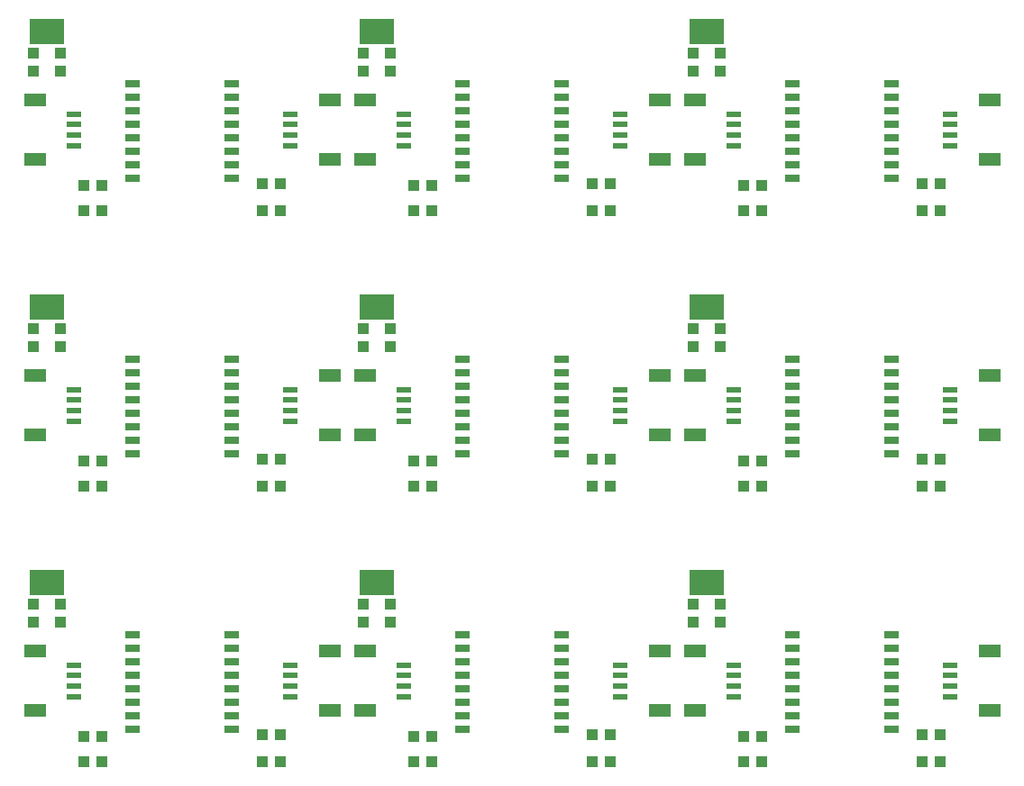
<source format=gtp>
G75*
%MOIN*%
%OFA0B0*%
%FSLAX25Y25*%
%IPPOS*%
%LPD*%
%AMOC8*
5,1,8,0,0,1.08239X$1,22.5*
%
%ADD10R,0.07874X0.04724*%
%ADD11R,0.05315X0.02362*%
%ADD12R,0.04331X0.03937*%
%ADD13R,0.03937X0.04331*%
%ADD14R,0.13000X0.09600*%
%ADD15R,0.05500X0.02550*%
D10*
X0008091Y0044976D03*
X0008091Y0067024D03*
X0008091Y0146976D03*
X0008091Y0169024D03*
X0008091Y0248976D03*
X0008091Y0271024D03*
X0117028Y0271024D03*
X0130091Y0271024D03*
X0130091Y0248976D03*
X0117028Y0248976D03*
X0117028Y0169024D03*
X0130091Y0169024D03*
X0130091Y0146976D03*
X0117028Y0146976D03*
X0117028Y0067024D03*
X0130091Y0067024D03*
X0130091Y0044976D03*
X0117028Y0044976D03*
X0239028Y0044976D03*
X0252091Y0044976D03*
X0252091Y0067024D03*
X0239028Y0067024D03*
X0239028Y0146976D03*
X0252091Y0146976D03*
X0252091Y0169024D03*
X0239028Y0169024D03*
X0239028Y0248976D03*
X0252091Y0248976D03*
X0252091Y0271024D03*
X0239028Y0271024D03*
X0361028Y0271024D03*
X0361028Y0248976D03*
X0361028Y0169024D03*
X0361028Y0146976D03*
X0361028Y0067024D03*
X0361028Y0044976D03*
D11*
X0346560Y0050094D03*
X0346560Y0054031D03*
X0346560Y0057969D03*
X0346560Y0061906D03*
X0266560Y0061906D03*
X0266560Y0057969D03*
X0266560Y0054031D03*
X0266560Y0050094D03*
X0224560Y0050094D03*
X0224560Y0054031D03*
X0224560Y0057969D03*
X0224560Y0061906D03*
X0144560Y0061906D03*
X0144560Y0057969D03*
X0144560Y0054031D03*
X0144560Y0050094D03*
X0102560Y0050094D03*
X0102560Y0054031D03*
X0102560Y0057969D03*
X0102560Y0061906D03*
X0022560Y0061906D03*
X0022560Y0057969D03*
X0022560Y0054031D03*
X0022560Y0050094D03*
X0022560Y0152094D03*
X0022560Y0156031D03*
X0022560Y0159969D03*
X0022560Y0163906D03*
X0102560Y0163906D03*
X0102560Y0159969D03*
X0102560Y0156031D03*
X0102560Y0152094D03*
X0144560Y0152094D03*
X0144560Y0156031D03*
X0144560Y0159969D03*
X0144560Y0163906D03*
X0224560Y0163906D03*
X0224560Y0159969D03*
X0224560Y0156031D03*
X0224560Y0152094D03*
X0266560Y0152094D03*
X0266560Y0156031D03*
X0266560Y0159969D03*
X0266560Y0163906D03*
X0346560Y0163906D03*
X0346560Y0159969D03*
X0346560Y0156031D03*
X0346560Y0152094D03*
X0346560Y0254094D03*
X0346560Y0258031D03*
X0346560Y0261969D03*
X0346560Y0265906D03*
X0266560Y0265906D03*
X0266560Y0261969D03*
X0266560Y0258031D03*
X0266560Y0254094D03*
X0224560Y0254094D03*
X0224560Y0258031D03*
X0224560Y0261969D03*
X0224560Y0265906D03*
X0144560Y0265906D03*
X0144560Y0261969D03*
X0144560Y0258031D03*
X0144560Y0254094D03*
X0102560Y0254094D03*
X0102560Y0258031D03*
X0102560Y0261969D03*
X0102560Y0265906D03*
X0022560Y0265906D03*
X0022560Y0261969D03*
X0022560Y0258031D03*
X0022560Y0254094D03*
D12*
X0026214Y0026000D03*
X0032906Y0026000D03*
X0032906Y0035500D03*
X0026214Y0035500D03*
X0092214Y0036000D03*
X0098906Y0036000D03*
X0098906Y0026000D03*
X0092214Y0026000D03*
X0148214Y0026000D03*
X0154906Y0026000D03*
X0154906Y0035500D03*
X0148214Y0035500D03*
X0214214Y0036000D03*
X0220906Y0036000D03*
X0220906Y0026000D03*
X0214214Y0026000D03*
X0270214Y0026000D03*
X0276906Y0026000D03*
X0276906Y0035500D03*
X0270214Y0035500D03*
X0336214Y0036000D03*
X0342906Y0036000D03*
X0342906Y0026000D03*
X0336214Y0026000D03*
X0336214Y0128000D03*
X0342906Y0128000D03*
X0342906Y0138000D03*
X0336214Y0138000D03*
X0276906Y0137500D03*
X0270214Y0137500D03*
X0270214Y0128000D03*
X0276906Y0128000D03*
X0220906Y0128000D03*
X0214214Y0128000D03*
X0214214Y0138000D03*
X0220906Y0138000D03*
X0154906Y0137500D03*
X0148214Y0137500D03*
X0148214Y0128000D03*
X0154906Y0128000D03*
X0098906Y0128000D03*
X0092214Y0128000D03*
X0092214Y0138000D03*
X0098906Y0138000D03*
X0032906Y0137500D03*
X0026214Y0137500D03*
X0026214Y0128000D03*
X0032906Y0128000D03*
X0032906Y0230000D03*
X0026214Y0230000D03*
X0026214Y0239500D03*
X0032906Y0239500D03*
X0092214Y0240000D03*
X0098906Y0240000D03*
X0098906Y0230000D03*
X0092214Y0230000D03*
X0148214Y0230000D03*
X0154906Y0230000D03*
X0154906Y0239500D03*
X0148214Y0239500D03*
X0214214Y0240000D03*
X0220906Y0240000D03*
X0220906Y0230000D03*
X0214214Y0230000D03*
X0270214Y0230000D03*
X0276906Y0230000D03*
X0276906Y0239500D03*
X0270214Y0239500D03*
X0336214Y0240000D03*
X0342906Y0240000D03*
X0342906Y0230000D03*
X0336214Y0230000D03*
D13*
X0261560Y0186346D03*
X0261560Y0179654D03*
X0251560Y0179654D03*
X0251560Y0186346D03*
X0139560Y0186346D03*
X0139560Y0179654D03*
X0129560Y0179654D03*
X0129560Y0186346D03*
X0017560Y0186346D03*
X0017560Y0179654D03*
X0007560Y0179654D03*
X0007560Y0186346D03*
X0007560Y0281654D03*
X0007560Y0288346D03*
X0017560Y0288346D03*
X0017560Y0281654D03*
X0129560Y0281654D03*
X0129560Y0288346D03*
X0139560Y0288346D03*
X0139560Y0281654D03*
X0251560Y0281654D03*
X0251560Y0288346D03*
X0261560Y0288346D03*
X0261560Y0281654D03*
X0261560Y0084346D03*
X0261560Y0077654D03*
X0251560Y0077654D03*
X0251560Y0084346D03*
X0139560Y0084346D03*
X0139560Y0077654D03*
X0129560Y0077654D03*
X0129560Y0084346D03*
X0017560Y0084346D03*
X0017560Y0077654D03*
X0007560Y0077654D03*
X0007560Y0084346D03*
D14*
X0012560Y0092500D03*
X0134560Y0092500D03*
X0256560Y0092500D03*
X0256560Y0194500D03*
X0134560Y0194500D03*
X0012560Y0194500D03*
X0012560Y0296500D03*
X0134560Y0296500D03*
X0256560Y0296500D03*
D15*
X0288253Y0277000D03*
X0288253Y0272000D03*
X0288253Y0267000D03*
X0288253Y0262000D03*
X0288253Y0257000D03*
X0288253Y0252000D03*
X0288253Y0247000D03*
X0288253Y0242000D03*
X0324867Y0242000D03*
X0324867Y0247000D03*
X0324867Y0252000D03*
X0324867Y0257000D03*
X0324867Y0262000D03*
X0324867Y0267000D03*
X0324867Y0272000D03*
X0324867Y0277000D03*
X0202867Y0277000D03*
X0202867Y0272000D03*
X0202867Y0267000D03*
X0202867Y0262000D03*
X0202867Y0257000D03*
X0202867Y0252000D03*
X0202867Y0247000D03*
X0202867Y0242000D03*
X0166253Y0242000D03*
X0166253Y0247000D03*
X0166253Y0252000D03*
X0166253Y0257000D03*
X0166253Y0262000D03*
X0166253Y0267000D03*
X0166253Y0272000D03*
X0166253Y0277000D03*
X0080867Y0277000D03*
X0080867Y0272000D03*
X0080867Y0267000D03*
X0080867Y0262000D03*
X0080867Y0257000D03*
X0080867Y0252000D03*
X0080867Y0247000D03*
X0080867Y0242000D03*
X0044253Y0242000D03*
X0044253Y0247000D03*
X0044253Y0252000D03*
X0044253Y0257000D03*
X0044253Y0262000D03*
X0044253Y0267000D03*
X0044253Y0272000D03*
X0044253Y0277000D03*
X0044253Y0175000D03*
X0044253Y0170000D03*
X0044253Y0165000D03*
X0044253Y0160000D03*
X0044253Y0155000D03*
X0044253Y0150000D03*
X0044253Y0145000D03*
X0044253Y0140000D03*
X0080867Y0140000D03*
X0080867Y0145000D03*
X0080867Y0150000D03*
X0080867Y0155000D03*
X0080867Y0160000D03*
X0080867Y0165000D03*
X0080867Y0170000D03*
X0080867Y0175000D03*
X0166253Y0175000D03*
X0166253Y0170000D03*
X0166253Y0165000D03*
X0166253Y0160000D03*
X0166253Y0155000D03*
X0166253Y0150000D03*
X0166253Y0145000D03*
X0166253Y0140000D03*
X0202867Y0140000D03*
X0202867Y0145000D03*
X0202867Y0150000D03*
X0202867Y0155000D03*
X0202867Y0160000D03*
X0202867Y0165000D03*
X0202867Y0170000D03*
X0202867Y0175000D03*
X0288253Y0175000D03*
X0288253Y0170000D03*
X0288253Y0165000D03*
X0288253Y0160000D03*
X0288253Y0155000D03*
X0288253Y0150000D03*
X0288253Y0145000D03*
X0288253Y0140000D03*
X0324867Y0140000D03*
X0324867Y0145000D03*
X0324867Y0150000D03*
X0324867Y0155000D03*
X0324867Y0160000D03*
X0324867Y0165000D03*
X0324867Y0170000D03*
X0324867Y0175000D03*
X0324867Y0073000D03*
X0324867Y0068000D03*
X0324867Y0063000D03*
X0324867Y0058000D03*
X0324867Y0053000D03*
X0324867Y0048000D03*
X0324867Y0043000D03*
X0324867Y0038000D03*
X0288253Y0038000D03*
X0288253Y0043000D03*
X0288253Y0048000D03*
X0288253Y0053000D03*
X0288253Y0058000D03*
X0288253Y0063000D03*
X0288253Y0068000D03*
X0288253Y0073000D03*
X0202867Y0073000D03*
X0202867Y0068000D03*
X0202867Y0063000D03*
X0202867Y0058000D03*
X0202867Y0053000D03*
X0202867Y0048000D03*
X0202867Y0043000D03*
X0202867Y0038000D03*
X0166253Y0038000D03*
X0166253Y0043000D03*
X0166253Y0048000D03*
X0166253Y0053000D03*
X0166253Y0058000D03*
X0166253Y0063000D03*
X0166253Y0068000D03*
X0166253Y0073000D03*
X0080867Y0073000D03*
X0080867Y0068000D03*
X0080867Y0063000D03*
X0080867Y0058000D03*
X0080867Y0053000D03*
X0080867Y0048000D03*
X0080867Y0043000D03*
X0080867Y0038000D03*
X0044253Y0038000D03*
X0044253Y0043000D03*
X0044253Y0048000D03*
X0044253Y0053000D03*
X0044253Y0058000D03*
X0044253Y0063000D03*
X0044253Y0068000D03*
X0044253Y0073000D03*
M02*

</source>
